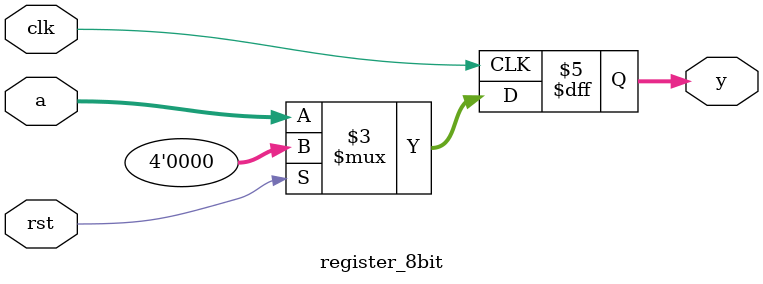
<source format=v>
/* 
 * Corevexis Semiconductor 
 * Example 15: REGISTER 8BIT 
 */

module register_8bit (
    input clk,
    input rst,
    input [3:0] a,
    output reg [3:0] y
);

always @(posedge clk) begin
    if(rst) y <= 4'b0;
    else y <= a; 
end

endmodule
</source>
